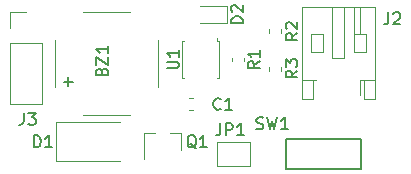
<source format=gbr>
G04 #@! TF.GenerationSoftware,KiCad,Pcbnew,(5.1.4-0)*
G04 #@! TF.CreationDate,2019-09-04T21:36:44-07:00*
G04 #@! TF.ProjectId,pic_beeper,7069635f-6265-4657-9065-722e6b696361,rev?*
G04 #@! TF.SameCoordinates,Original*
G04 #@! TF.FileFunction,Legend,Top*
G04 #@! TF.FilePolarity,Positive*
%FSLAX46Y46*%
G04 Gerber Fmt 4.6, Leading zero omitted, Abs format (unit mm)*
G04 Created by KiCad (PCBNEW (5.1.4-0)) date 2019-09-04 21:36:44*
%MOMM*%
%LPD*%
G04 APERTURE LIST*
%ADD10C,0.120000*%
%ADD11C,0.150000*%
G04 APERTURE END LIST*
D10*
X23285001Y-11855001D02*
X19285001Y-11855001D01*
X25635001Y-18205001D02*
X25635001Y-14205001D01*
X19285001Y-20555001D02*
X23285001Y-20555001D01*
X16935001Y-14205001D02*
X16935001Y-18205001D01*
X28259721Y-19175000D02*
X28585279Y-19175000D01*
X28259721Y-20195000D02*
X28585279Y-20195000D01*
X17015000Y-21210000D02*
X17015000Y-24510000D01*
X17015000Y-24510000D02*
X22415000Y-24510000D01*
X17015000Y-21210000D02*
X22415000Y-21210000D01*
X29197500Y-12800000D02*
X31482500Y-12800000D01*
X31482500Y-12800000D02*
X31482500Y-11330000D01*
X31482500Y-11330000D02*
X29197500Y-11330000D01*
X42770000Y-17640000D02*
X43050000Y-17640000D01*
X43050000Y-17640000D02*
X43050000Y-19240000D01*
X43050000Y-19240000D02*
X43970000Y-19240000D01*
X43970000Y-19240000D02*
X43970000Y-11420000D01*
X43970000Y-11420000D02*
X37850000Y-11420000D01*
X37850000Y-11420000D02*
X37850000Y-19240000D01*
X37850000Y-19240000D02*
X38770000Y-19240000D01*
X38770000Y-19240000D02*
X38770000Y-17640000D01*
X38770000Y-17640000D02*
X39050000Y-17640000D01*
X41410000Y-11420000D02*
X41410000Y-15780000D01*
X41410000Y-15780000D02*
X40410000Y-15780000D01*
X40410000Y-15780000D02*
X40410000Y-11420000D01*
X43970000Y-17640000D02*
X43050000Y-17640000D01*
X37850000Y-17640000D02*
X38770000Y-17640000D01*
X43210000Y-15280000D02*
X43210000Y-13680000D01*
X43210000Y-13680000D02*
X42210000Y-13680000D01*
X42210000Y-13680000D02*
X42210000Y-15280000D01*
X42210000Y-15280000D02*
X43210000Y-15280000D01*
X38610000Y-15280000D02*
X38610000Y-13680000D01*
X38610000Y-13680000D02*
X39610000Y-13680000D01*
X39610000Y-13680000D02*
X39610000Y-15280000D01*
X39610000Y-15280000D02*
X38610000Y-15280000D01*
X42210000Y-13680000D02*
X42210000Y-11420000D01*
X42710000Y-13680000D02*
X42710000Y-11420000D01*
X42770000Y-17640000D02*
X42770000Y-18855000D01*
X13148000Y-19618000D02*
X15808000Y-19618000D01*
X13148000Y-14478000D02*
X13148000Y-19618000D01*
X15808000Y-14478000D02*
X15808000Y-19618000D01*
X13148000Y-14478000D02*
X15808000Y-14478000D01*
X13148000Y-13208000D02*
X13148000Y-11878000D01*
X13148000Y-11878000D02*
X14478000Y-11878000D01*
X30604000Y-24876000D02*
X30604000Y-22876000D01*
X33404000Y-24876000D02*
X30604000Y-24876000D01*
X33404000Y-22876000D02*
X33404000Y-24876000D01*
X30604000Y-22876000D02*
X33404000Y-22876000D01*
X27615000Y-22100000D02*
X26685000Y-22100000D01*
X24455000Y-22100000D02*
X25385000Y-22100000D01*
X24455000Y-22100000D02*
X24455000Y-24260000D01*
X27615000Y-22100000D02*
X27615000Y-23560000D01*
X32895000Y-15712221D02*
X32895000Y-16037779D01*
X31875000Y-15712221D02*
X31875000Y-16037779D01*
X35050000Y-13324721D02*
X35050000Y-13650279D01*
X36070000Y-13324721D02*
X36070000Y-13650279D01*
X36070000Y-16499721D02*
X36070000Y-16825279D01*
X35050000Y-16499721D02*
X35050000Y-16825279D01*
D11*
X42799000Y-25146000D02*
X42799000Y-22606000D01*
X42799000Y-22606000D02*
X36449000Y-22606000D01*
X36449000Y-22606000D02*
X36449000Y-25146000D01*
X36449000Y-25146000D02*
X42799000Y-25146000D01*
D10*
X30620000Y-14315000D02*
X30620000Y-14055000D01*
X27650000Y-17435000D02*
X27800000Y-17435000D01*
X27650000Y-14315000D02*
X27650000Y-17435000D01*
X30770000Y-14315000D02*
X30770000Y-17435000D01*
X27650000Y-14315000D02*
X27800000Y-14315000D01*
X30770000Y-14315000D02*
X30620000Y-14315000D01*
X30770000Y-17435000D02*
X30620000Y-17435000D01*
D11*
X20883571Y-16885953D02*
X20931190Y-16743096D01*
X20978809Y-16695477D01*
X21074047Y-16647858D01*
X21216904Y-16647858D01*
X21312142Y-16695477D01*
X21359761Y-16743096D01*
X21407380Y-16838334D01*
X21407380Y-17219286D01*
X20407380Y-17219286D01*
X20407380Y-16885953D01*
X20455000Y-16790715D01*
X20502619Y-16743096D01*
X20597857Y-16695477D01*
X20693095Y-16695477D01*
X20788333Y-16743096D01*
X20835952Y-16790715D01*
X20883571Y-16885953D01*
X20883571Y-17219286D01*
X20407380Y-16314524D02*
X20407380Y-15647858D01*
X21407380Y-16314524D01*
X21407380Y-15647858D01*
X21407380Y-14743096D02*
X21407380Y-15314524D01*
X21407380Y-15028810D02*
X20407380Y-15028810D01*
X20550238Y-15124048D01*
X20645476Y-15219286D01*
X20693095Y-15314524D01*
X17654048Y-17776429D02*
X18415953Y-17776429D01*
X18035001Y-18157381D02*
X18035001Y-17395477D01*
X30948333Y-20042142D02*
X30900714Y-20089761D01*
X30757857Y-20137380D01*
X30662619Y-20137380D01*
X30519761Y-20089761D01*
X30424523Y-19994523D01*
X30376904Y-19899285D01*
X30329285Y-19708809D01*
X30329285Y-19565952D01*
X30376904Y-19375476D01*
X30424523Y-19280238D01*
X30519761Y-19185000D01*
X30662619Y-19137380D01*
X30757857Y-19137380D01*
X30900714Y-19185000D01*
X30948333Y-19232619D01*
X31900714Y-20137380D02*
X31329285Y-20137380D01*
X31615000Y-20137380D02*
X31615000Y-19137380D01*
X31519761Y-19280238D01*
X31424523Y-19375476D01*
X31329285Y-19423095D01*
X15136904Y-23312380D02*
X15136904Y-22312380D01*
X15375000Y-22312380D01*
X15517857Y-22360000D01*
X15613095Y-22455238D01*
X15660714Y-22550476D01*
X15708333Y-22740952D01*
X15708333Y-22883809D01*
X15660714Y-23074285D01*
X15613095Y-23169523D01*
X15517857Y-23264761D01*
X15375000Y-23312380D01*
X15136904Y-23312380D01*
X16660714Y-23312380D02*
X16089285Y-23312380D01*
X16375000Y-23312380D02*
X16375000Y-22312380D01*
X16279761Y-22455238D01*
X16184523Y-22550476D01*
X16089285Y-22598095D01*
X32837380Y-12803095D02*
X31837380Y-12803095D01*
X31837380Y-12565000D01*
X31885000Y-12422142D01*
X31980238Y-12326904D01*
X32075476Y-12279285D01*
X32265952Y-12231666D01*
X32408809Y-12231666D01*
X32599285Y-12279285D01*
X32694523Y-12326904D01*
X32789761Y-12422142D01*
X32837380Y-12565000D01*
X32837380Y-12803095D01*
X31932619Y-11850714D02*
X31885000Y-11803095D01*
X31837380Y-11707857D01*
X31837380Y-11469761D01*
X31885000Y-11374523D01*
X31932619Y-11326904D01*
X32027857Y-11279285D01*
X32123095Y-11279285D01*
X32265952Y-11326904D01*
X32837380Y-11898333D01*
X32837380Y-11279285D01*
X45132666Y-11898380D02*
X45132666Y-12612666D01*
X45085047Y-12755523D01*
X44989809Y-12850761D01*
X44846952Y-12898380D01*
X44751714Y-12898380D01*
X45561238Y-11993619D02*
X45608857Y-11946000D01*
X45704095Y-11898380D01*
X45942190Y-11898380D01*
X46037428Y-11946000D01*
X46085047Y-11993619D01*
X46132666Y-12088857D01*
X46132666Y-12184095D01*
X46085047Y-12326952D01*
X45513619Y-12898380D01*
X46132666Y-12898380D01*
X14271666Y-20407380D02*
X14271666Y-21121666D01*
X14224047Y-21264523D01*
X14128809Y-21359761D01*
X13985952Y-21407380D01*
X13890714Y-21407380D01*
X14652619Y-20407380D02*
X15271666Y-20407380D01*
X14938333Y-20788333D01*
X15081190Y-20788333D01*
X15176428Y-20835952D01*
X15224047Y-20883571D01*
X15271666Y-20978809D01*
X15271666Y-21216904D01*
X15224047Y-21312142D01*
X15176428Y-21359761D01*
X15081190Y-21407380D01*
X14795476Y-21407380D01*
X14700238Y-21359761D01*
X14652619Y-21312142D01*
X30916666Y-21296380D02*
X30916666Y-22010666D01*
X30869047Y-22153523D01*
X30773809Y-22248761D01*
X30630952Y-22296380D01*
X30535714Y-22296380D01*
X31392857Y-22296380D02*
X31392857Y-21296380D01*
X31773809Y-21296380D01*
X31869047Y-21344000D01*
X31916666Y-21391619D01*
X31964285Y-21486857D01*
X31964285Y-21629714D01*
X31916666Y-21724952D01*
X31869047Y-21772571D01*
X31773809Y-21820190D01*
X31392857Y-21820190D01*
X32916666Y-22296380D02*
X32345238Y-22296380D01*
X32630952Y-22296380D02*
X32630952Y-21296380D01*
X32535714Y-21439238D01*
X32440476Y-21534476D01*
X32345238Y-21582095D01*
X28860761Y-23407619D02*
X28765523Y-23360000D01*
X28670285Y-23264761D01*
X28527428Y-23121904D01*
X28432190Y-23074285D01*
X28336952Y-23074285D01*
X28384571Y-23312380D02*
X28289333Y-23264761D01*
X28194095Y-23169523D01*
X28146476Y-22979047D01*
X28146476Y-22645714D01*
X28194095Y-22455238D01*
X28289333Y-22360000D01*
X28384571Y-22312380D01*
X28575047Y-22312380D01*
X28670285Y-22360000D01*
X28765523Y-22455238D01*
X28813142Y-22645714D01*
X28813142Y-22979047D01*
X28765523Y-23169523D01*
X28670285Y-23264761D01*
X28575047Y-23312380D01*
X28384571Y-23312380D01*
X29765523Y-23312380D02*
X29194095Y-23312380D01*
X29479809Y-23312380D02*
X29479809Y-22312380D01*
X29384571Y-22455238D01*
X29289333Y-22550476D01*
X29194095Y-22598095D01*
X34234380Y-16041666D02*
X33758190Y-16375000D01*
X34234380Y-16613095D02*
X33234380Y-16613095D01*
X33234380Y-16232142D01*
X33282000Y-16136904D01*
X33329619Y-16089285D01*
X33424857Y-16041666D01*
X33567714Y-16041666D01*
X33662952Y-16089285D01*
X33710571Y-16136904D01*
X33758190Y-16232142D01*
X33758190Y-16613095D01*
X34234380Y-15089285D02*
X34234380Y-15660714D01*
X34234380Y-15375000D02*
X33234380Y-15375000D01*
X33377238Y-15470238D01*
X33472476Y-15565476D01*
X33520095Y-15660714D01*
X37442380Y-13654166D02*
X36966190Y-13987500D01*
X37442380Y-14225595D02*
X36442380Y-14225595D01*
X36442380Y-13844642D01*
X36490000Y-13749404D01*
X36537619Y-13701785D01*
X36632857Y-13654166D01*
X36775714Y-13654166D01*
X36870952Y-13701785D01*
X36918571Y-13749404D01*
X36966190Y-13844642D01*
X36966190Y-14225595D01*
X36537619Y-13273214D02*
X36490000Y-13225595D01*
X36442380Y-13130357D01*
X36442380Y-12892261D01*
X36490000Y-12797023D01*
X36537619Y-12749404D01*
X36632857Y-12701785D01*
X36728095Y-12701785D01*
X36870952Y-12749404D01*
X37442380Y-13320833D01*
X37442380Y-12701785D01*
X37442380Y-16829166D02*
X36966190Y-17162500D01*
X37442380Y-17400595D02*
X36442380Y-17400595D01*
X36442380Y-17019642D01*
X36490000Y-16924404D01*
X36537619Y-16876785D01*
X36632857Y-16829166D01*
X36775714Y-16829166D01*
X36870952Y-16876785D01*
X36918571Y-16924404D01*
X36966190Y-17019642D01*
X36966190Y-17400595D01*
X36442380Y-16495833D02*
X36442380Y-15876785D01*
X36823333Y-16210119D01*
X36823333Y-16067261D01*
X36870952Y-15972023D01*
X36918571Y-15924404D01*
X37013809Y-15876785D01*
X37251904Y-15876785D01*
X37347142Y-15924404D01*
X37394761Y-15972023D01*
X37442380Y-16067261D01*
X37442380Y-16352976D01*
X37394761Y-16448214D01*
X37347142Y-16495833D01*
X33972666Y-21740761D02*
X34115523Y-21788380D01*
X34353619Y-21788380D01*
X34448857Y-21740761D01*
X34496476Y-21693142D01*
X34544095Y-21597904D01*
X34544095Y-21502666D01*
X34496476Y-21407428D01*
X34448857Y-21359809D01*
X34353619Y-21312190D01*
X34163142Y-21264571D01*
X34067904Y-21216952D01*
X34020285Y-21169333D01*
X33972666Y-21074095D01*
X33972666Y-20978857D01*
X34020285Y-20883619D01*
X34067904Y-20836000D01*
X34163142Y-20788380D01*
X34401238Y-20788380D01*
X34544095Y-20836000D01*
X34877428Y-20788380D02*
X35115523Y-21788380D01*
X35306000Y-21074095D01*
X35496476Y-21788380D01*
X35734571Y-20788380D01*
X36639333Y-21788380D02*
X36067904Y-21788380D01*
X36353619Y-21788380D02*
X36353619Y-20788380D01*
X36258380Y-20931238D01*
X36163142Y-21026476D01*
X36067904Y-21074095D01*
X26376380Y-16636904D02*
X27185904Y-16636904D01*
X27281142Y-16589285D01*
X27328761Y-16541666D01*
X27376380Y-16446428D01*
X27376380Y-16255952D01*
X27328761Y-16160714D01*
X27281142Y-16113095D01*
X27185904Y-16065476D01*
X26376380Y-16065476D01*
X27376380Y-15065476D02*
X27376380Y-15636904D01*
X27376380Y-15351190D02*
X26376380Y-15351190D01*
X26519238Y-15446428D01*
X26614476Y-15541666D01*
X26662095Y-15636904D01*
M02*

</source>
